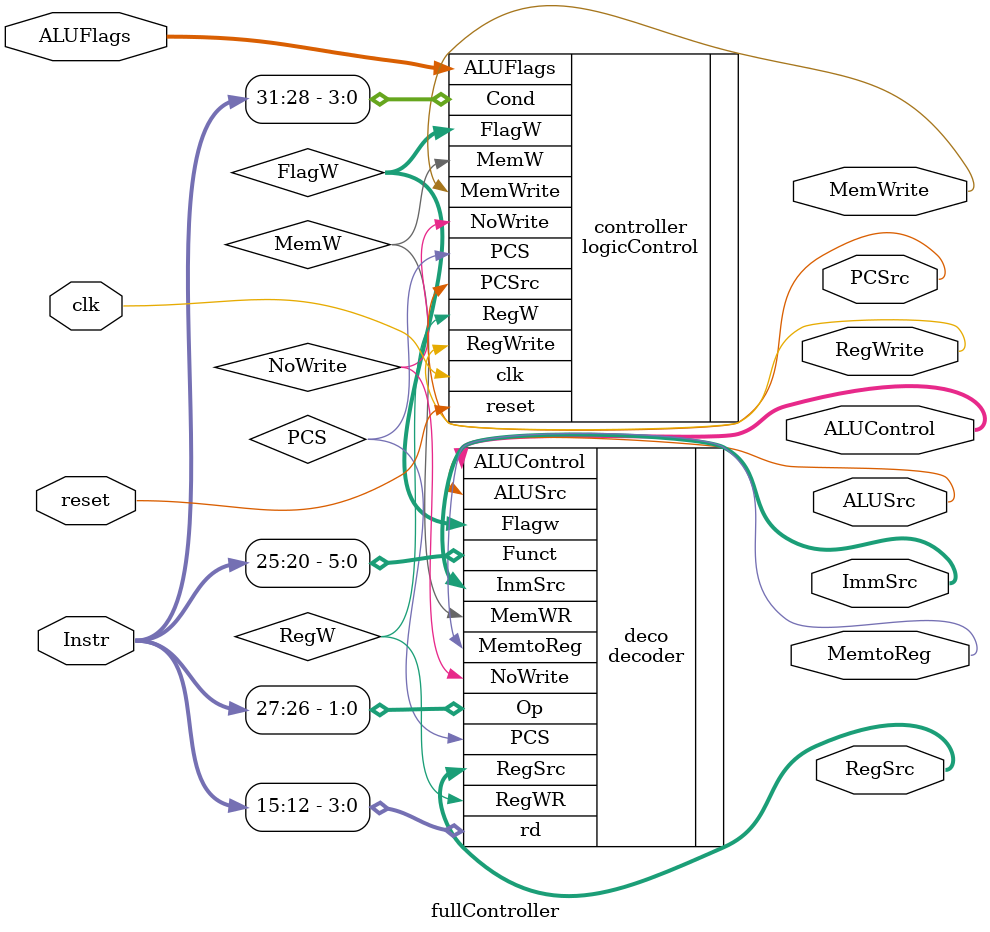
<source format=v>
`timescale 1ns / 1ps
module fullController
  (input  clk, reset,
	input  [31:12] Instr,
	input  [3:0] ALUFlags,
	output wire [1:0] RegSrc,
	output wire RegWrite,
	output wire [1:0] ImmSrc,
	output wire ALUSrc,
	output wire [1:0] ALUControl,
	output wire  MemWrite, MemtoReg,
	output wire PCSrc);
	
			wire [1:0] FlagW;
			wire PCS, RegW, MemW,NoWrite;
			
			decoder deco (
				.Op(Instr[27:26]), 
				.Funct(Instr[25:20]), 
				.rd(Instr[15:12]), 
				.ALUControl(ALUControl), 
				.Flagw(FlagW), 
				.InmSrc(ImmSrc), 
				.RegSrc(RegSrc), 
				.ALUSrc(ALUSrc), 
				.MemWR( MemW), 
				.RegWR(RegW), 
				.MemtoReg(MemtoReg), 
				.PCS(PCS),
				.NoWrite(NoWrite)
			);
			
			logicControl controller (
				.NoWrite(NoWrite),
				.clk(clk), 
				.reset(reset), 
				.Cond(Instr[31:28]), 
				.ALUFlags(ALUFlags), 
				.FlagW(FlagW), 
				.PCS(PCS), 
				.RegW(RegW), 
				.MemW(MemW), 
				.PCSrc(PCSrc), 
				.RegWrite(RegWrite), 
				.MemWrite(MemWrite)
			);
endmodule

</source>
